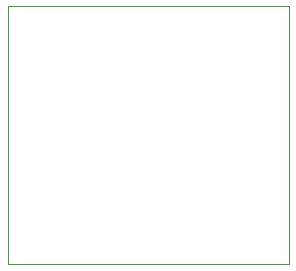
<source format=gbr>
%TF.GenerationSoftware,KiCad,Pcbnew,(6.0.2)*%
%TF.CreationDate,2022-05-16T06:01:07+03:00*%
%TF.ProjectId,FLIM_detector,464c494d-5f64-4657-9465-63746f722e6b,rev?*%
%TF.SameCoordinates,Original*%
%TF.FileFunction,Profile,NP*%
%FSLAX46Y46*%
G04 Gerber Fmt 4.6, Leading zero omitted, Abs format (unit mm)*
G04 Created by KiCad (PCBNEW (6.0.2)) date 2022-05-16 06:01:07*
%MOMM*%
%LPD*%
G01*
G04 APERTURE LIST*
%TA.AperFunction,Profile*%
%ADD10C,0.100000*%
%TD*%
G04 APERTURE END LIST*
D10*
X269000000Y-35000000D02*
X245200000Y-35000000D01*
X245200000Y-35000000D02*
X245200000Y-56800000D01*
X245200000Y-56800000D02*
X269000000Y-56800000D01*
X269000000Y-56800000D02*
X269000000Y-35000000D01*
M02*

</source>
